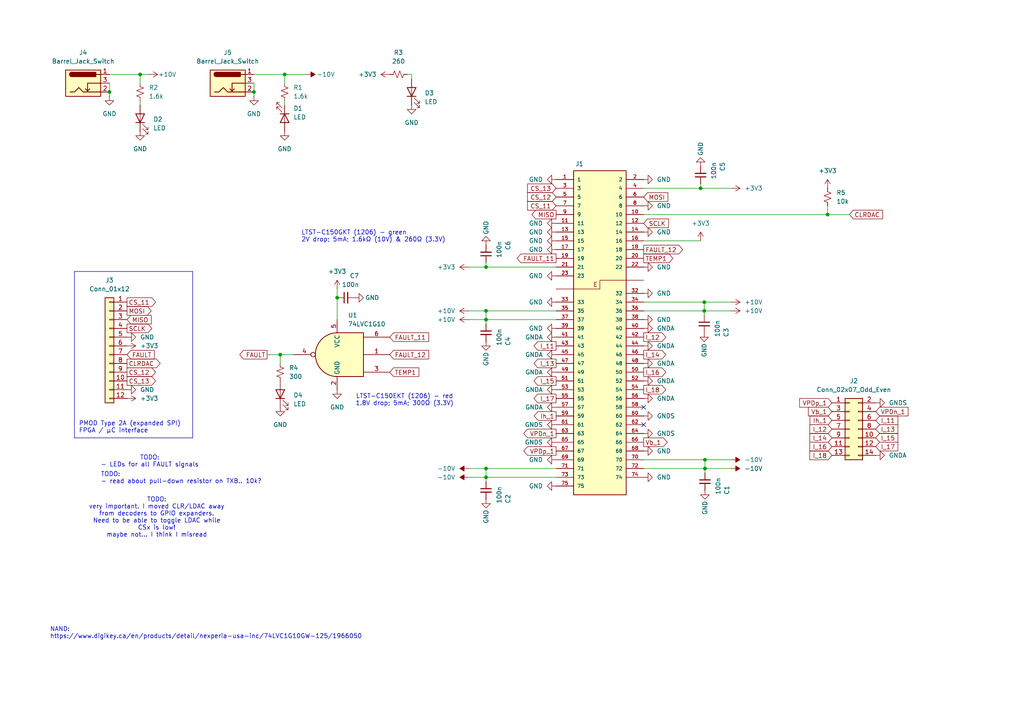
<source format=kicad_sch>
(kicad_sch (version 20250114) (generator "eeschema") (generator_version "9.0")
  (paper "A4")
  (title_block (title "RNN_DAC_Motherboard_single") (date "2026-01-15") (rev "1") (company "Shastri Lab") (comment 1 "Author: hughmor"))
  (lib_symbols
    (symbol "74xGxx:74LVC1G10"
      (property "Reference" "U" (at -5.08 10.16 0))
      (property "Value" "74LVC1G10" (at 7.62 -10.16 0))
      (symbol "74LVC1G10_0_1"
        (arc (start 0 6.35) (mid 6.3224 0) (end 0 -6.35) (stroke (width 0.254)) (fill (type background)))
        (polyline (pts (xy 0 -6.35) (xy -7.62 -6.35) (xy -7.62 6.35) (xy 0 6.35)) (stroke (width 0.254)) (fill (type background)))
      )
      (symbol "74LVC1G10_1_1"
        (pin input line (at -15.24 5.08 0) (length 7.62) (name "~") (number "6"))
        (pin input line (at -15.24 0 0) (length 7.62) (name "~") (number "1"))
        (pin input line (at -15.24 -5.08 0) (length 7.62) (name "~") (number "3"))
        (pin power_in line (at 0 10.16 270) (length 3.81) (name "VCC") (number "5"))
        (pin power_in line (at 0 -10.16 90) (length 3.81) (name "GND") (number "2"))
        (pin output inverted (at 12.7 0 180) (length 6.35) (name "~") (number "4"))
      )
    )
    (symbol "Connector:Barrel_Jack_Switch" (pin_names (hide yes))
      (property "Reference" "J" (at 0 5.334 0))
      (property "Value" "Barrel_Jack_Switch" (at 0 -5.08 0))
      (symbol "Barrel_Jack_Switch_0_1"
        (rectangle (start -5.08 3.81) (end 5.08 -3.81) (stroke (width 0.254)) (fill (type background)))
        (polyline (pts (xy -3.81 -2.54) (xy -2.54 -2.54) (xy -1.27 -1.27) (xy 0 -2.54) (xy 2.54 -2.54) (xy 5.08 -2.54)) (stroke (width 0.254)))
        (arc (start -3.302 1.905) (mid -3.9343 2.54) (end -3.302 3.175) (stroke (width 0.254)))
        (arc (start -3.302 1.905) (mid -3.9343 2.54) (end -3.302 3.175) (stroke (width 0.254)) (fill (type outline)))
        (polyline (pts (xy 1.27 -2.286) (xy 1.905 -1.651)) (stroke (width 0.254)))
        (rectangle (start 3.683 3.175) (end -3.302 1.905) (stroke (width 0.254)) (fill (type outline)))
        (polyline (pts (xy 5.08 2.54) (xy 3.81 2.54)) (stroke (width 0.254)))
        (polyline (pts (xy 5.08 0) (xy 1.27 0) (xy 1.27 -2.286) (xy 0.635 -1.651)) (stroke (width 0.254)))
      )
      (symbol "Barrel_Jack_Switch_1_1"
        (pin passive line (at 7.62 2.54 180) (length 2.54) (name "~") (number "1"))
        (pin passive line (at 7.62 0 180) (length 2.54) (name "~") (number "3"))
        (pin passive line (at 7.62 -2.54 180) (length 2.54) (name "~") (number "2"))
      )
    )
    (symbol "Connector_Generic:Conn_01x12" (pin_names (offset 1.016) (hide yes))
      (property "Reference" "J" (at 0 15.24 0))
      (property "Value" "Conn_01x12" (at 0 -17.78 0))
      (symbol "Conn_01x12_1_1"
        (rectangle (start -1.27 13.97) (end 1.27 -16.51) (stroke (width 0.254)) (fill (type background)))
        (rectangle (start -1.27 12.827) (end 0 12.573) (stroke (width 0.1524)))
        (rectangle (start -1.27 10.287) (end 0 10.033) (stroke (width 0.1524)))
        (rectangle (start -1.27 7.747) (end 0 7.493) (stroke (width 0.1524)))
        (rectangle (start -1.27 5.207) (end 0 4.953) (stroke (width 0.1524)))
        (rectangle (start -1.27 2.667) (end 0 2.413) (stroke (width 0.1524)))
        (rectangle (start -1.27 0.127) (end 0 -0.127) (stroke (width 0.1524)))
        (rectangle (start -1.27 -2.413) (end 0 -2.667) (stroke (width 0.1524)))
        (rectangle (start -1.27 -4.953) (end 0 -5.207) (stroke (width 0.1524)))
        (rectangle (start -1.27 -7.493) (end 0 -7.747) (stroke (width 0.1524)))
        (rectangle (start -1.27 -10.033) (end 0 -10.287) (stroke (width 0.1524)))
        (rectangle (start -1.27 -12.573) (end 0 -12.827) (stroke (width 0.1524)))
        (rectangle (start -1.27 -15.113) (end 0 -15.367) (stroke (width 0.1524)))
        (pin passive line (at -5.08 12.7 0) (length 3.81) (name "Pin_1") (number "1"))
        (pin passive line (at -5.08 10.16 0) (length 3.81) (name "Pin_2") (number "2"))
        (pin passive line (at -5.08 7.62 0) (length 3.81) (name "Pin_3") (number "3"))
        (pin passive line (at -5.08 5.08 0) (length 3.81) (name "Pin_4") (number "4"))
        (pin passive line (at -5.08 2.54 0) (length 3.81) (name "Pin_5") (number "5"))
        (pin passive line (at -5.08 0 0) (length 3.81) (name "Pin_6") (number "6"))
        (pin passive line (at -5.08 -2.54 0) (length 3.81) (name "Pin_7") (number "7"))
        (pin passive line (at -5.08 -5.08 0) (length 3.81) (name "Pin_8") (number "8"))
        (pin passive line (at -5.08 -7.62 0) (length 3.81) (name "Pin_9") (number "9"))
        (pin passive line (at -5.08 -10.16 0) (length 3.81) (name "Pin_10") (number "10"))
        (pin passive line (at -5.08 -12.7 0) (length 3.81) (name "Pin_11") (number "11"))
        (pin passive line (at -5.08 -15.24 0) (length 3.81) (name "Pin_12") (number "12"))
      )
    )
    (symbol "Connector_Generic:Conn_02x07_Odd_Even" (pin_names (offset 1.016) (hide yes))
      (property "Reference" "J" (at 1.27 10.16 0))
      (property "Value" "Conn_02x07_Odd_Even" (at 1.27 -10.16 0))
      (symbol "Conn_02x07_Odd_Even_1_1"
        (rectangle (start -1.27 8.89) (end 3.81 -8.89) (stroke (width 0.254)) (fill (type background)))
        (rectangle (start -1.27 7.747) (end 0 7.493) (stroke (width 0.1524)))
        (rectangle (start -1.27 5.207) (end 0 4.953) (stroke (width 0.1524)))
        (rectangle (start -1.27 2.667) (end 0 2.413) (stroke (width 0.1524)))
        (rectangle (start -1.27 0.127) (end 0 -0.127) (stroke (width 0.1524)))
        (rectangle (start -1.27 -2.413) (end 0 -2.667) (stroke (width 0.1524)))
        (rectangle (start -1.27 -4.953) (end 0 -5.207) (stroke (width 0.1524)))
        (rectangle (start -1.27 -7.493) (end 0 -7.747) (stroke (width 0.1524)))
        (rectangle (start 3.81 7.747) (end 2.54 7.493) (stroke (width 0.1524)))
        (rectangle (start 3.81 5.207) (end 2.54 4.953) (stroke (width 0.1524)))
        (rectangle (start 3.81 2.667) (end 2.54 2.413) (stroke (width 0.1524)))
        (rectangle (start 3.81 0.127) (end 2.54 -0.127) (stroke (width 0.1524)))
        (rectangle (start 3.81 -2.413) (end 2.54 -2.667) (stroke (width 0.1524)))
        (rectangle (start 3.81 -4.953) (end 2.54 -5.207) (stroke (width 0.1524)))
        (rectangle (start 3.81 -7.493) (end 2.54 -7.747) (stroke (width 0.1524)))
        (pin passive line (at -5.08 7.62 0) (length 3.81) (name "Pin_1") (number "1"))
        (pin passive line (at -5.08 5.08 0) (length 3.81) (name "Pin_3") (number "3"))
        (pin passive line (at -5.08 2.54 0) (length 3.81) (name "Pin_5") (number "5"))
        (pin passive line (at -5.08 0 0) (length 3.81) (name "Pin_7") (number "7"))
        (pin passive line (at -5.08 -2.54 0) (length 3.81) (name "Pin_9") (number "9"))
        (pin passive line (at -5.08 -5.08 0) (length 3.81) (name "Pin_11") (number "11"))
        (pin passive line (at -5.08 -7.62 0) (length 3.81) (name "Pin_13") (number "13"))
        (pin passive line (at 7.62 7.62 180) (length 3.81) (name "Pin_2") (number "2"))
        (pin passive line (at 7.62 5.08 180) (length 3.81) (name "Pin_4") (number "4"))
        (pin passive line (at 7.62 2.54 180) (length 3.81) (name "Pin_6") (number "6"))
        (pin passive line (at 7.62 0 180) (length 3.81) (name "Pin_8") (number "8"))
        (pin passive line (at 7.62 -2.54 180) (length 3.81) (name "Pin_10") (number "10"))
        (pin passive line (at 7.62 -5.08 180) (length 3.81) (name "Pin_12") (number "12"))
        (pin passive line (at 7.62 -7.62 180) (length 3.81) (name "Pin_14") (number "14"))
      )
    )
    (symbol "Device:C_Small" (pin_numbers (hide yes)) (pin_names (offset 0.254) (hide yes))
      (property "Reference" "C" (at 0.254 1.778 0))
      (property "Value" "C_Small" (at 0.254 -2.032 0))
      (symbol "C_Small_0_1"
        (polyline (pts (xy -1.524 0.508) (xy 1.524 0.508)) (stroke (width 0.3048)))
        (polyline (pts (xy -1.524 -0.508) (xy 1.524 -0.508)) (stroke (width 0.3302)))
      )
      (symbol "C_Small_1_1"
        (pin passive line (at 0 2.54 270) (length 2.032) (name "~") (number "1"))
        (pin passive line (at 0 -2.54 90) (length 2.032) (name "~") (number "2"))
      )
    )
    (symbol "Device:LED" (pin_numbers (hide yes)) (pin_names (offset 1.016) (hide yes))
      (property "Reference" "D" (at 0 2.54 0))
      (property "Value" "LED" (at 0 -2.54 0))
      (symbol "LED_0_1"
        (polyline (pts (xy -3.048 -0.762) (xy -4.572 -2.286) (xy -3.81 -2.286) (xy -4.572 -2.286) (xy -4.572 -1.524)))
        (polyline (pts (xy -1.778 -0.762) (xy -3.302 -2.286) (xy -2.54 -2.286) (xy -3.302 -2.286) (xy -3.302 -1.524)))
        (polyline (pts (xy -1.27 0) (xy 1.27 0)))
        (polyline (pts (xy -1.27 -1.27) (xy -1.27 1.27)) (stroke (width 0.254)))
        (polyline (pts (xy 1.27 -1.27) (xy 1.27 1.27) (xy -1.27 0) (xy 1.27 -1.27)) (stroke (width 0.254)))
      )
      (symbol "LED_1_1"
        (pin passive line (at -3.81 0 0) (length 2.54) (name "K") (number "1"))
        (pin passive line (at 3.81 0 180) (length 2.54) (name "A") (number "2"))
      )
    )
    (symbol "Device:R_Small_US" (pin_numbers (hide yes)) (pin_names (offset 0.254) (hide yes))
      (property "Reference" "R" (at 0.762 0.508 0))
      (property "Value" "R_Small_US" (at 0.762 -1.016 0))
      (symbol "R_Small_US_1_1"
        (polyline (pts (xy 0 1.524) (xy 1.016 1.143) (xy 0 0.762) (xy -1.016 0.381) (xy 0 0)))
        (polyline (pts (xy 0 0) (xy 1.016 -0.381) (xy 0 -0.762) (xy -1.016 -1.143) (xy 0 -1.524)))
        (pin passive line (at 0 2.54 270) (length 1.016) (name "~") (number "1"))
        (pin passive line (at 0 -2.54 90) (length 1.016) (name "~") (number "2"))
      )
    )
    (symbol "MDT350M01001VT:M2-J-67-V-SMT-5.30-KE-KT" (pin_names (offset 1.016))
      (symbol "M2-J-67-V-SMT-5.30-KE-KT_0_0"
        (rectangle (start -6.35 44.45) (end 8.89 -49.53) (stroke (width 0.254)) (fill (type background)))
        (pin passive line (at -11.43 41.91 0) (length 5.08) (name "1") (number "1"))
        (pin passive line (at -11.43 39.37 0) (length 5.08) (name "3") (number "3"))
        (pin passive line (at -11.43 36.83 0) (length 5.08) (name "5") (number "5"))
        (pin passive line (at -11.43 34.29 0) (length 5.08) (name "7") (number "7"))
        (pin passive line (at -11.43 31.75 0) (length 5.08) (name "9") (number "9"))
        (pin passive line (at -11.43 29.21 0) (length 5.08) (name "11") (number "11"))
        (pin passive line (at -11.43 26.67 0) (length 5.08) (name "13") (number "13"))
        (pin passive line (at -11.43 24.13 0) (length 5.08) (name "15") (number "15"))
        (pin passive line (at -11.43 21.59 0) (length 5.08) (name "17") (number "17"))
        (pin passive line (at -11.43 19.05 0) (length 5.08) (name "19") (number "19"))
        (pin passive line (at -11.43 16.51 0) (length 5.08) (name "21") (number "21"))
        (pin passive line (at -11.43 13.97 0) (length 5.08) (name "23") (number "23"))
        (pin passive line (at -11.43 6.35 0) (length 5.08) (name "33") (number "33"))
        (pin passive line (at -11.43 3.81 0) (length 5.08) (name "35") (number "35"))
        (pin passive line (at -11.43 1.27 0) (length 5.08) (name "37") (number "37"))
        (pin passive line (at -11.43 -1.27 0) (length 5.08) (name "39") (number "39"))
        (pin passive line (at -11.43 -3.81 0) (length 5.08) (name "41") (number "41"))
        (pin passive line (at -11.43 -6.35 0) (length 5.08) (name "43") (number "43"))
        (pin passive line (at -11.43 -8.89 0) (length 5.08) (name "45") (number "45"))
        (pin passive line (at -11.43 -11.43 0) (length 5.08) (name "47") (number "47"))
        (pin passive line (at -11.43 -13.97 0) (length 5.08) (name "49") (number "49"))
        (pin passive line (at -11.43 -16.51 0) (length 5.08) (name "51") (number "51"))
        (pin passive line (at -11.43 -19.05 0) (length 5.08) (name "53") (number "53"))
        (pin passive line (at -11.43 -21.59 0) (length 5.08) (name "55") (number "55"))
        (pin passive line (at -11.43 -24.13 0) (length 5.08) (name "57") (number "57"))
        (pin passive line (at -11.43 -36.83 0) (length 5.08) (name "67") (number "67"))
        (pin passive line (at -11.43 -39.37 0) (length 5.08) (name "69") (number "69"))
        (pin passive line (at -11.43 -41.91 0) (length 5.08) (name "71") (number "71"))
        (pin passive line (at -11.43 -44.45 0) (length 5.08) (name "73") (number "73"))
        (pin passive line (at -11.43 -46.99 0) (length 5.08) (name "75") (number "75"))
        (pin passive line (at 13.97 41.91 180) (length 5.08) (name "2") (number "2"))
        (pin passive line (at 13.97 39.37 180) (length 5.08) (name "4") (number "4"))
        (pin passive line (at 13.97 36.83 180) (length 5.08) (name "6") (number "6"))
        (pin passive line (at 13.97 34.29 180) (length 5.08) (name "8") (number "8"))
        (pin passive line (at 13.97 31.75 180) (length 5.08) (name "10") (number "10"))
        (pin passive line (at 13.97 29.21 180) (length 5.08) (name "12") (number "12"))
        (pin passive line (at 13.97 26.67 180) (length 5.08) (name "14") (number "14"))
        (pin passive line (at 13.97 24.13 180) (length 5.08) (name "16") (number "16"))
        (pin passive line (at 13.97 21.59 180) (length 5.08) (name "18") (number "18"))
        (pin passive line (at 13.97 19.05 180) (length 5.08) (name "20") (number "20"))
        (pin passive line (at 13.97 16.51 180) (length 5.08) (name "22") (number "22"))
        (pin passive line (at 13.97 8.89 180) (length 5.08) (name "32") (number "32"))
        (pin passive line (at 13.97 6.35 180) (length 5.08) (name "34") (number "34"))
        (pin passive line (at 13.97 3.81 180) (length 5.08) (name "36") (number "36"))
        (pin passive line (at 13.97 1.27 180) (length 5.08) (name "38") (number "38"))
        (pin passive line (at 13.97 -1.27 180) (length 5.08) (name "40") (number "40"))
        (pin passive line (at 13.97 -3.81 180) (length 5.08) (name "42") (number "42"))
        (pin passive line (at 13.97 -6.35 180) (length 5.08) (name "44") (number "44"))
        (pin passive line (at 13.97 -8.89 180) (length 5.08) (name "46") (number "46"))
        (pin passive line (at 13.97 -11.43 180) (length 5.08) (name "48") (number "48"))
        (pin passive line (at 13.97 -13.97 180) (length 5.08) (name "50") (number "50"))
        (pin passive line (at 13.97 -16.51 180) (length 5.08) (name "52") (number "52"))
        (pin passive line (at 13.97 -19.05 180) (length 5.08) (name "54") (number "54"))
        (pin passive line (at 13.97 -21.59 180) (length 5.08) (name "56") (number "56"))
        (pin passive line (at 13.97 -24.13 180) (length 5.08) (name "58") (number "58"))
        (pin passive line (at 13.97 -36.83 180) (length 5.08) (name "68") (number "68"))
        (pin passive line (at 13.97 -39.37 180) (length 5.08) (name "70") (number "70"))
        (pin passive line (at 13.97 -41.91 180) (length 5.08) (name "72") (number "72"))
        (pin passive line (at 13.97 -44.45 180) (length 5.08) (name "74") (number "74"))
      )
      (symbol "M2-J-67-V-SMT-5.30-KE-KT_0_1"
        (polyline (pts (xy -11.43 10.16) (xy 1.27 10.16) (xy 1.27 12.7) (xy 13.97 12.7)))
      )
      (symbol "M2-J-67-V-SMT-5.30-KE-KT_1_0"
        (pin passive line (at -11.43 -26.67 0) (length 5.08) (name "59") (number "59"))
        (pin passive line (at -11.43 -29.21 0) (length 5.08) (name "61") (number "61"))
        (pin passive line (at -11.43 -31.75 0) (length 5.08) (name "63") (number "63"))
        (pin passive line (at -11.43 -34.29 0) (length 5.08) (name "65") (number "65"))
        (pin passive line (at 13.97 -26.67 180) (length 5.08) (name "60") (number "60"))
        (pin passive line (at 13.97 -29.21 180) (length 5.08) (name "62") (number "62"))
        (pin passive line (at 13.97 -31.75 180) (length 5.08) (name "64") (number "64"))
        (pin passive line (at 13.97 -34.29 180) (length 5.08) (name "66") (number "66"))
      )
      (symbol "M2-J-67-V-SMT-5.30-KE-KT_1_1"
        (text "E" (at 0 11.43 0) (effects (font (size 1.27 1.27))))
      )
    )
    (symbol "power:+10V" (power) (pin_numbers (hide yes)) (pin_names (offset 0) (hide yes))
      (property "Value" "+10V" (at 0 3.556 0))
      (symbol "+10V_0_1"
        (polyline (pts (xy -0.762 1.27) (xy 0 2.54)))
        (polyline (pts (xy 0 2.54) (xy 0.762 1.27)))
        (polyline (pts (xy 0 0) (xy 0 2.54)))
      )
      (symbol "+10V_1_1"
        (pin power_in line (at 0 0 90) (length 0) (name "~") (number "1"))
      )
    )
    (symbol "power:+3V3" (power) (pin_names (offset 0))
      (property "Value" "+3V3" (at 0 3.556 0))
      (symbol "+3V3_0_1"
        (polyline (pts (xy -0.762 1.27) (xy 0 2.54)))
        (polyline (pts (xy 0 2.54) (xy 0.762 1.27)))
        (polyline (pts (xy 0 0) (xy 0 2.54)))
      )
      (symbol "+3V3_1_1"
        (pin power_in line (at 0 0 90) (length 0) (hide yes) (name "+3V3") (number "1"))
      )
    )
    (symbol "power:-10V" (power) (pin_numbers (hide yes)) (pin_names (offset 0) (hide yes))
      (property "Value" "-10V" (at 0 3.556 0))
      (symbol "-10V_0_0"
        (pin power_in line (at 0 0 90) (length 0) (name "~") (number "1"))
      )
      (symbol "-10V_0_1"
        (polyline (pts (xy 0 0) (xy 0 1.27) (xy 0.762 1.27) (xy 0 2.54) (xy -0.762 1.27) (xy 0 1.27)) (fill (type outline)))
      )
    )
    (symbol "power:GND" (power) (pin_numbers (hide yes)) (pin_names (offset 0) (hide yes))
      (property "Value" "GND" (at 0 -3.81 0))
      (symbol "GND_0_1"
        (polyline (pts (xy 0 0) (xy 0 -1.27) (xy 1.27 -1.27) (xy 0 -2.54) (xy -1.27 -1.27) (xy 0 -1.27)))
      )
      (symbol "GND_1_1"
        (pin power_in line (at 0 0 270) (length 0) (name "~") (number "1"))
      )
    )
    (symbol "power:GNDA" (power) (pin_numbers (hide yes)) (pin_names (offset 0) (hide yes))
      (property "Value" "GNDA" (at 0 -3.81 0))
      (symbol "GNDA_0_1"
        (polyline (pts (xy 0 0) (xy 0 -1.27) (xy 1.27 -1.27) (xy 0 -2.54) (xy -1.27 -1.27) (xy 0 -1.27)))
      )
      (symbol "GNDA_1_1"
        (pin power_in line (at 0 0 270) (length 0) (name "~") (number "1"))
      )
    )
    (symbol "power:GNDS" (power) (pin_numbers (hide yes)) (pin_names (offset 0) (hide yes))
      (property "Value" "GNDS" (at 0 -3.81 0))
      (symbol "GNDS_0_1"
        (polyline (pts (xy 0 0) (xy 0 -1.27) (xy 1.27 -1.27) (xy 0 -2.54) (xy -1.27 -1.27) (xy 0 -1.27)))
      )
      (symbol "GNDS_1_1"
        (pin power_in line (at 0 0 270) (length 0) (name "~") (number "1"))
      )
    )
  )
  (text "\n\nLTST-C150GKT (1206) - green\n2V drop; 5mA; 1.6kΩ (10V) & 260Ω (3.3V)" (at 87.376 66.548 0) (effects (font (size 1.27 1.27)) (justify left)))
  (text "PMOD Type 2A (expanded SPI)\nFPGA / µC interface" (at 22.86 125.73 0) (effects (font (size 1.27 1.27)) (justify left bottom)))
  (text "TODO:\nvery important. I moved CLR/LDAC away\nfrom decoders to GPIO expanders.\nNeed to be able to toggle LDAC while\nCSx is low!\nmaybe not... I think I misread" (at 45.466 150.114 0) (effects (font (size 1.27 1.27))))
  (text "TODO:\n- read about pull-down resistor on TXB.. 10k?" (at 29.21 140.462 0) (effects (font (size 1.27 1.27)) (justify left bottom)))
  (text "NAND:\nhttps://www.digikey.ca/en/products/detail/nexperia-usa-inc/74LVC1G10GW-125/1966050" (at 14.478 183.642 0) (effects (font (size 1.27 1.27)) (justify left)))
  (text "LTST-C150EKT (1206) - red\n1.8V drop; 5mA; 300Ω (3.3V)" (at 117.348 116.078 0) (effects (font (size 1.27 1.27))))
  (text "TODO:\n- LEDs for all FAULT signals\n" (at 43.434 133.858 0) (effects (font (size 1.27 1.27))))
  (text "power requirements:\n8 boards. On each board, 2x 2662 and 1x 2664.\n\nPer 2662:\n+10V — 500 uA (V+) + 5*7mA (Vdd per ch.)\n-10V — 3.2mA (V-)\n+5V — 1uA (IOVcc) + 3.8mA (Vcc)\n\nPer 2664:\n+10V - 2.7mA (V+) + 4*V/R\n-10V - 2.7mA (V-) + 4*V/R\n+5V - 3.2 mA (Vcc) + 1uA (IOVcc)\n\nTotals (per microcyte board):\n+10V = 2*(5*7+0.5)+4*2.5+2.7=83.7 mA => w/ error margin, we should design for 160 mA minimum.\n-10V = 2*3.2 + 2.7 + 4*2.5 = 19.1 mA => 50 mA minimum\n+5V = 2*(0.001 + 3.8) + 3.2 + 0.001=10.8 mA => 25 mA minimum" (at 13.97 -19.812 0) (effects (font (size 1.27 1.27)) (justify left)))
  (junction (at 140.97 90.17))
  (junction (at 140.97 138.43))
  (junction (at 40.64 21.59))
  (junction (at 97.79 86.36))
  (junction (at 140.97 92.71))
  (junction (at 203.2 54.61))
  (junction (at 82.55 21.59))
  (junction (at 73.66 26.67))
  (junction (at 140.97 135.89))
  (junction (at 204.47 133.35))
  (junction (at 140.97 77.47))
  (junction (at 204.2621 90.17))
  (junction (at 81.28 102.87))
  (junction (at 204.47 135.89))
  (junction (at 204.2621 87.63))
  (junction (at 31.75 26.67))
  (junction (at 240.03 62.23))
  (no_connect (at 186.69 123.19))
  (no_connect (at 186.69 118.11))
  (wire (pts (xy 212.09 133.35) (xy 204.47 133.35)))
  (wire (pts (xy 204.2621 90.17) (xy 204.2621 91.44)))
  (wire (pts (xy 140.97 76.2) (xy 140.97 77.47)))
  (wire (pts (xy 97.79 83.82) (xy 97.79 86.36)))
  (wire (pts (xy 73.66 27.94) (xy 73.66 26.67)))
  (wire (pts (xy 119.38 21.59) (xy 119.38 22.86)))
  (wire (pts (xy 212.09 135.89) (xy 204.47 135.89)))
  (wire (pts (xy 31.75 24.13) (xy 31.75 26.67)))
  (wire (pts (xy 204.47 135.89) (xy 204.47 137.16)))
  (wire (pts (xy 73.66 24.13) (xy 73.66 26.67)))
  (wire (pts (xy 203.2 53.34) (xy 203.2 54.61)))
  (wire (pts (xy 135.89 77.47) (xy 140.97 77.47)))
  (wire (pts (xy 40.64 21.59) (xy 40.64 24.13)))
  (wire (pts (xy 31.75 27.94) (xy 31.75 26.67)))
  (wire (pts (xy 82.55 29.21) (xy 82.55 30.48)))
  (wire (pts (xy 43.18 21.59) (xy 40.64 21.59)))
  (wire (pts (xy 204.47 135.89) (xy 186.69 135.89)))
  (wire (pts (xy 204.2621 90.17) (xy 186.69 90.17)))
  (wire (pts (xy 135.89 135.89) (xy 140.97 135.89)))
  (wire (pts (xy 140.97 90.17) (xy 140.97 92.71)))
  (wire (pts (xy 204.2621 87.63) (xy 186.69 87.63)))
  (wire (pts (xy 73.66 21.59) (xy 82.55 21.59)))
  (wire (pts (xy 140.97 138.43) (xy 140.97 139.7)))
  (wire (pts (xy 204.47 133.35) (xy 204.47 135.89)))
  (wire (pts (xy 82.55 21.59) (xy 82.55 24.13)))
  (wire (pts (xy 140.97 92.71) (xy 161.29 92.71)))
  (wire (pts (xy 240.03 62.23) (xy 186.69 62.23)))
  (wire (pts (xy 135.89 90.17) (xy 140.97 90.17)))
  (wire (pts (xy 81.28 102.87) (xy 81.28 105.41)))
  (wire (pts (xy 140.97 135.89) (xy 161.29 135.89)))
  (polyline (pts (xy 21.59 78.74) (xy 21.59 127)))
  (wire (pts (xy 140.97 77.47) (xy 161.29 77.47)))
  (wire (pts (xy 81.28 102.87) (xy 85.09 102.87)))
  (wire (pts (xy 88.9 21.59) (xy 82.55 21.59)))
  (wire (pts (xy 40.64 21.59) (xy 31.75 21.59)))
  (wire (pts (xy 97.79 86.36) (xy 97.79 92.71)))
  (wire (pts (xy 135.89 92.71) (xy 140.97 92.71)))
  (wire (pts (xy 203.2 54.61) (xy 186.69 54.61)))
  (wire (pts (xy 135.89 138.43) (xy 140.97 138.43)))
  (wire (pts (xy 240.03 59.69) (xy 240.03 62.23)))
  (wire (pts (xy 77.47 102.87) (xy 81.28 102.87)))
  (wire (pts (xy 140.97 92.71) (xy 140.97 93.98)))
  (polyline (pts (xy 21.59 127) (xy 55.88 127)))
  (wire (pts (xy 212.09 87.63) (xy 204.2621 87.63)))
  (wire (pts (xy 212.09 90.17) (xy 204.2621 90.17)))
  (wire (pts (xy 118.11 21.59) (xy 119.38 21.59)))
  (polyline (pts (xy 55.88 127) (xy 55.88 78.74)))
  (wire (pts (xy 40.64 29.21) (xy 40.64 30.48)))
  (wire (pts (xy 203.2 69.85) (xy 186.69 69.85)))
  (wire (pts (xy 140.97 90.17) (xy 161.29 90.17)))
  (polyline (pts (xy 21.59 78.74) (xy 55.88 78.74)))
  (wire (pts (xy 204.2621 87.63) (xy 204.2621 90.17)))
  (wire (pts (xy 246.38 62.23) (xy 240.03 62.23)))
  (wire (pts (xy 212.09 54.61) (xy 203.2 54.61)))
  (wire (pts (xy 140.97 135.89) (xy 140.97 138.43)))
  (wire (pts (xy 204.47 133.35) (xy 186.69 133.35)))
  (wire (pts (xy 140.97 138.43) (xy 161.29 138.43)))
  (global_label "MOSI" (shape input) (at 186.69 57.15 0) (property "Intersheetrefs" "${INTERSHEET_REFS}" (effects (hide yes))))
  (global_label "I_15" (shape input) (at 254 127 0) (property "Intersheetrefs" "${INTERSHEET_REFS}" (effects (hide yes))))
  (global_label "I_13" (shape input) (at 254 124.46 0) (property "Intersheetrefs" "${INTERSHEET_REFS}" (effects (hide yes))))
  (global_label "I_16" (shape input) (at 241.3 129.54 180) (property "Intersheetrefs" "${INTERSHEET_REFS}" (effects (hide yes))))
  (global_label "FAULT" (shape output) (at 77.47 102.87 180) (property "Intersheetrefs" "${INTERSHEET_REFS}" (effects (hide yes))))
  (global_label "CS_11" (shape output) (at 36.83 87.63 0) (property "Intersheetrefs" "${INTERSHEET_REFS}" (effects (hide yes))))
  (global_label "SCLK" (shape input) (at 186.69 64.77 0) (property "Intersheetrefs" "${INTERSHEET_REFS}" (effects (hide yes))))
  (global_label "FAULT_11" (shape input) (at 113.03 97.79 0) (property "Intersheetrefs" "${INTERSHEET_REFS}" (effects (hide yes))))
  (global_label "CLRDAC" (shape output) (at 36.83 105.41 0) (property "Intersheetrefs" "${INTERSHEET_REFS}" (effects (hide yes))))
  (global_label "Vb_1" (shape input) (at 241.3 119.38 180) (property "Intersheetrefs" "${INTERSHEET_REFS}" (effects (hide yes))))
  (global_label "MOSI" (shape output) (at 36.83 90.17 0) (property "Intersheetrefs" "${INTERSHEET_REFS}" (effects (hide yes))))
  (global_label "TEMP1" (shape output) (at 186.69 74.93 0) (property "Intersheetrefs" "${INTERSHEET_REFS}" (effects (hide yes))))
  (global_label "CS_11" (shape input) (at 161.29 59.69 180) (property "Intersheetrefs" "${INTERSHEET_REFS}" (effects (hide yes))))
  (global_label "CS_13" (shape output) (at 36.83 110.49 0) (property "Intersheetrefs" "${INTERSHEET_REFS}" (effects (hide yes))))
  (global_label "Vb_1" (shape output) (at 186.69 128.27 0) (property "Intersheetrefs" "${INTERSHEET_REFS}" (effects (hide yes))))
  (global_label "CS_13" (shape input) (at 161.29 54.61 180) (property "Intersheetrefs" "${INTERSHEET_REFS}" (effects (hide yes))))
  (global_label "I_16" (shape output) (at 186.69 107.95 0) (property "Intersheetrefs" "${INTERSHEET_REFS}" (effects (hide yes))))
  (global_label "CS_12" (shape output) (at 36.83 107.95 0) (property "Intersheetrefs" "${INTERSHEET_REFS}" (effects (hide yes))))
  (global_label "MISO" (shape output) (at 161.29 62.23 180) (property "Intersheetrefs" "${INTERSHEET_REFS}" (effects (hide yes))))
  (global_label "FAULT_12" (shape input) (at 113.03 102.87 0) (property "Intersheetrefs" "${INTERSHEET_REFS}" (effects (hide yes))))
  (global_label "I_14" (shape output) (at 186.69 102.87 0) (property "Intersheetrefs" "${INTERSHEET_REFS}" (effects (hide yes))))
  (global_label "FAULT" (shape input) (at 36.83 102.87 0) (property "Intersheetrefs" "${INTERSHEET_REFS}" (effects (hide yes))))
  (global_label "SCLK" (shape output) (at 36.83 95.25 0) (property "Intersheetrefs" "${INTERSHEET_REFS}" (effects (hide yes))))
  (global_label "MISO" (shape input) (at 36.83 92.71 0) (property "Intersheetrefs" "${INTERSHEET_REFS}" (effects (hide yes))))
  (global_label "I_17" (shape output) (at 161.29 115.57 180) (property "Intersheetrefs" "${INTERSHEET_REFS}" (effects (hide yes))))
  (global_label "I_12" (shape input) (at 241.3 124.46 180) (property "Intersheetrefs" "${INTERSHEET_REFS}" (effects (hide yes))))
  (global_label "VPDn_1" (shape output) (at 161.29 125.73 180) (property "Intersheetrefs" "${INTERSHEET_REFS}" (effects (hide yes))))
  (global_label "I_11" (shape output) (at 161.29 100.33 180) (property "Intersheetrefs" "${INTERSHEET_REFS}" (effects (hide yes))))
  (global_label "Ih_1" (shape output) (at 161.29 120.65 180) (property "Intersheetrefs" "${INTERSHEET_REFS}" (effects (hide yes))))
  (global_label "Ih_1" (shape input) (at 241.3 121.92 180) (property "Intersheetrefs" "${INTERSHEET_REFS}" (effects (hide yes))))
  (global_label "I_17" (shape input) (at 254 129.54 0) (property "Intersheetrefs" "${INTERSHEET_REFS}" (effects (hide yes))))
  (global_label "I_15" (shape output) (at 161.29 110.49 180) (property "Intersheetrefs" "${INTERSHEET_REFS}" (effects (hide yes))))
  (global_label "FAULT_12" (shape output) (at 186.69 72.39 0) (property "Intersheetrefs" "${INTERSHEET_REFS}" (effects (hide yes))))
  (global_label "FAULT_11" (shape output) (at 161.29 74.93 180) (property "Intersheetrefs" "${INTERSHEET_REFS}" (effects (hide yes))))
  (global_label "TEMP1" (shape input) (at 113.03 107.95 0) (property "Intersheetrefs" "${INTERSHEET_REFS}" (effects (hide yes))))
  (global_label "I_13" (shape output) (at 161.29 105.41 180) (property "Intersheetrefs" "${INTERSHEET_REFS}" (effects (hide yes))))
  (global_label "I_12" (shape output) (at 186.69 97.79 0) (property "Intersheetrefs" "${INTERSHEET_REFS}" (effects (hide yes))))
  (global_label "VPDn_1" (shape input) (at 254 119.38 0) (property "Intersheetrefs" "${INTERSHEET_REFS}" (effects (hide yes))))
  (global_label "I_18" (shape input) (at 241.3 132.08 180) (property "Intersheetrefs" "${INTERSHEET_REFS}" (effects (hide yes))))
  (global_label "I_11" (shape input) (at 254 121.92 0) (property "Intersheetrefs" "${INTERSHEET_REFS}" (effects (hide yes))))
  (global_label "CS_12" (shape input) (at 161.29 57.15 180) (property "Intersheetrefs" "${INTERSHEET_REFS}" (effects (hide yes))))
  (global_label "CLRDAC" (shape input) (at 246.38 62.23 0) (property "Intersheetrefs" "${INTERSHEET_REFS}" (effects (hide yes))))
  (global_label "VPDp_1" (shape output) (at 161.29 130.81 180) (property "Intersheetrefs" "${INTERSHEET_REFS}" (effects (hide yes))))
  (global_label "I_18" (shape output) (at 186.69 113.03 0) (property "Intersheetrefs" "${INTERSHEET_REFS}" (effects (hide yes))))
  (global_label "VPDp_1" (shape input) (at 241.3 116.84 180) (property "Intersheetrefs" "${INTERSHEET_REFS}" (effects (hide yes))))
  (global_label "I_14" (shape input) (at 241.3 127 180) (property "Intersheetrefs" "${INTERSHEET_REFS}" (effects (hide yes))))
  (symbol (lib_id "power:+3V3") (at 203.2 69.85 0) (unit 1)
    (property "Reference" "#PWR038" (effects (hide yes)))
    (property "Value" "+3V3" (at 203.2 64.77 0))
  )
  (symbol (lib_id "Device:C_Small") (at 140.97 142.24 0) (unit 1)
    (property "Reference" "C2" (at 147.32 146.05 90) (effects (justify left)))
    (property "Value" "100n" (at 144.78 146.05 90) (effects (justify left)))
    (property "Footprint" "Capacitor_SMD:C_1206_3216Metric" (effects (hide yes)))
  )
  (symbol (lib_id "Connector:Barrel_Jack_Switch") (at 24.13 24.13 0) (unit 1)
    (property "Reference" "J4" (at 24.13 15.24 0))
    (property "Value" "Barrel_Jack_Switch" (at 24.13 17.78 0))
    (property "Footprint" "PJ_044A:CUI_PJ-044A" (effects (hide yes)))
    (property "Description" "DC Barrel Jack with an internal switch" (effects (hide yes)))
  )
  (symbol (lib_id "Device:C_Small") (at 140.97 73.66 0) (mirror x) (unit 1)
    (property "Reference" "C6" (at 147.32 69.85 90) (effects (justify left)))
    (property "Value" "100n" (at 144.78 69.85 90) (effects (justify left)))
    (property "Footprint" "Capacitor_SMD:C_1206_3216Metric" (effects (hide yes)))
  )
  (symbol (lib_id "power:GND") (at 186.69 52.07 90) (unit 1)
    (property "Reference" "#PWR02" (effects (hide yes)))
    (property "Value" "GND" (at 190.5 52.0699 90) (effects (justify right)))
    (property "Description" "Power symbol creates a global label with name \"GND\" , ground" (effects (hide yes)))
  )
  (symbol (lib_id "power:GNDA") (at 186.69 115.57 90) (unit 1)
    (property "Reference" "#PWR027" (effects (hide yes)))
    (property "Value" "GNDA" (at 190.5 115.5699 90) (effects (justify right)))
    (property "Description" "Power symbol creates a global label with name \"GNDA\" , analog ground" (effects (hide yes)))
  )
  (symbol (lib_id "power:GND") (at 204.47 142.24 0) (unit 1)
    (property "Reference" "#PWR012" (effects (hide yes)))
    (property "Value" "GND" (at 204.47 147.32 90))
  )
  (symbol (lib_id "Connector_Generic:Conn_01x12") (at 31.75 100.33 0) (mirror y) (unit 1)
    (property "Reference" "J3" (at 31.75 81.28 0))
    (property "Value" "Conn_01x12" (at 31.75 83.82 0))
    (property "Footprint" "Connector_PinHeader_2.54mm:PinHeader_2x06_PMOD_Peripheral_Vertical" (effects (hide yes)))
  )
  (symbol (lib_id "power:GNDA") (at 161.29 113.03 270) (unit 1)
    (property "Reference" "#PWR025" (effects (hide yes)))
    (property "Value" "GNDA" (at 157.48 113.0299 90) (effects (justify right)))
    (property "Description" "Power symbol creates a global label with name \"GNDA\" , analog ground" (effects (hide yes)))
  )
  (symbol (lib_id "power:GND") (at 82.55 38.1 0) (unit 1)
    (property "Reference" "#PWR0341" (effects (hide yes)))
    (property "Value" "GND" (at 82.55 43.18 0))
  )
  (symbol (lib_id "power:GND") (at 186.69 77.47 90) (unit 1)
    (property "Reference" "#PWR072" (effects (hide yes)))
    (property "Value" "GND" (at 190.5 77.4699 90) (effects (justify right)))
    (property "Description" "Power symbol creates a global label with name \"GND\" , ground" (effects (hide yes)))
  )
  (symbol (lib_id "power:GNDS") (at 161.29 123.19 270) (unit 1)
    (property "Reference" "#PWR034" (effects (hide yes)))
    (property "Value" "GNDS" (at 157.48 123.1899 90) (effects (justify right)))
    (property "Description" "Power symbol creates a global label with name \"GNDS\" , signal ground" (effects (hide yes)))
  )
  (symbol (lib_id "power:+3V3") (at 135.89 77.47 90) (unit 1)
    (property "Reference" "#PWR04" (effects (hide yes)))
    (property "Value" "+3V3" (at 132.08 77.4699 90) (effects (justify left)))
  )
  (symbol (lib_id "Device:R_Small_US") (at 240.03 57.15 180) (unit 1)
    (property "Reference" "R5" (at 242.57 55.8799 0) (effects (justify right)))
    (property "Value" "10k" (at 242.57 58.4199 0) (effects (justify right)))
    (property "Footprint" "Resistor_SMD:R_1206_3216Metric" (effects (hide yes)))
  )
  (symbol (lib_id "power:GND") (at 81.28 118.11 0) (unit 1)
    (property "Reference" "#PWR06" (effects (hide yes)))
    (property "Value" "GND" (at 81.28 123.19 0))
  )
  (symbol (lib_id "power:GND") (at 161.29 69.85 270) (unit 1)
    (property "Reference" "#PWR036" (effects (hide yes)))
    (property "Value" "GND" (at 157.48 69.8499 90) (effects (justify right)))
    (property "Description" "Power symbol creates a global label with name \"GND\" , ground" (effects (hide yes)))
  )
  (symbol (lib_id "power:GND") (at 186.69 59.69 90) (unit 1)
    (property "Reference" "#PWR080" (effects (hide yes)))
    (property "Value" "GND" (at 190.5 59.6899 90) (effects (justify right)))
    (property "Description" "Power symbol creates a global label with name \"GND\" , ground" (effects (hide yes)))
  )
  (symbol (lib_id "power:GND") (at 161.29 72.39 270) (unit 1)
    (property "Reference" "#PWR037" (effects (hide yes)))
    (property "Value" "GND" (at 157.48 72.3899 90) (effects (justify right)))
    (property "Description" "Power symbol creates a global label with name \"GND\" , ground" (effects (hide yes)))
  )
  (symbol (lib_id "power:GND") (at 186.69 85.09 90) (unit 1)
    (property "Reference" "#PWR0108" (effects (hide yes)))
    (property "Value" "GND" (at 190.5 85.0899 90) (effects (justify right)))
    (property "Description" "Power symbol creates a global label with name \"GND\" , ground" (effects (hide yes)))
  )
  (symbol (lib_id "power:GND") (at 186.69 130.81 90) (mirror x) (unit 1)
    (property "Reference" "#PWR0277" (effects (hide yes)))
    (property "Value" "GND" (at 190.5 130.8101 90) (effects (justify right)))
    (property "Description" "Power symbol creates a global label with name \"GND\" , ground" (effects (hide yes)))
  )
  (symbol (lib_id "Device:R_Small_US") (at 81.28 107.95 180) (unit 1)
    (property "Reference" "R4" (at 83.82 106.6799 0) (effects (justify right)))
    (property "Value" "300" (at 83.82 109.2199 0) (effects (justify right)))
    (property "Footprint" "Resistor_SMD:R_1206_3216Metric" (effects (hide yes)))
  )
  (symbol (lib_id "power:GNDA") (at 254 132.08 90) (unit 1)
    (property "Reference" "#PWR020" (effects (hide yes)))
    (property "Value" "GNDA" (at 257.81 132.0799 90) (effects (justify right)))
    (property "Description" "Power symbol creates a global label with name \"GNDA\" , analog ground" (effects (hide yes)))
  )
  (symbol (lib_id "power:GND") (at 186.69 138.43 90) (mirror x) (unit 1)
    (property "Reference" "#PWR0268" (effects (hide yes)))
    (property "Value" "GND" (at 190.5 138.4301 90) (effects (justify right)))
    (property "Description" "Power symbol creates a global label with name \"GND\" , ground" (effects (hide yes)))
  )
  (symbol (lib_id "power:GND") (at 36.83 113.03 90) (unit 1)
    (property "Reference" "#PWR0353" (effects (hide yes)))
    (property "Value" "GND" (at 40.64 113.03 90) (effects (justify right)))
  )
  (symbol (lib_id "power:GND") (at 140.97 144.78 0) (unit 1)
    (property "Reference" "#PWR013" (effects (hide yes)))
    (property "Value" "GND" (at 140.97 149.86 90))
  )
  (symbol (lib_id "power:+10V") (at 43.18 21.59 270) (unit 1)
    (property "Reference" "#PWR0346" (effects (hide yes)))
    (property "Value" "+10V" (at 48.514 21.59 90))
    (property "Description" "Power symbol creates a global label with name \"+10V\"" (effects (hide yes)))
  )
  (symbol (lib_id "power:GND") (at 161.29 64.77 270) (unit 1)
    (property "Reference" "#PWR018" (effects (hide yes)))
    (property "Value" "GND" (at 157.48 64.7699 90) (effects (justify right)))
    (property "Description" "Power symbol creates a global label with name \"GND\" , ground" (effects (hide yes)))
  )
  (symbol (lib_id "power:GND") (at 161.29 133.35 270) (unit 1)
    (property "Reference" "#PWR0232" (effects (hide yes)))
    (property "Value" "GND" (at 157.48 133.3501 90) (effects (justify right)))
    (property "Description" "Power symbol creates a global label with name \"GND\" , ground" (effects (hide yes)))
  )
  (symbol (lib_id "power:+10V") (at 212.09 90.17 270) (mirror x) (unit 1)
    (property "Reference" "#PWR0125" (effects (hide yes)))
    (property "Value" "+10V" (at 215.9 90.1701 90) (effects (justify left)))
    (property "Description" "Power symbol creates a global label with name \"+10V\"" (effects (hide yes)))
  )
  (symbol (lib_id "Device:LED") (at 82.55 34.29 270) (unit 1)
    (property "Reference" "D1" (at 85.09 31.4324 90) (effects (justify left)))
    (property "Value" "LED" (at 85.09 33.9724 90) (effects (justify left)))
    (property "Footprint" "Diode_SMD:D_1206_3216Metric" (effects (hide yes)))
    (property "Description" "Light emitting diode" (effects (hide yes)))
    (property "Sim.Pins" "1=K 2=A" (effects (hide yes)))
  )
  (symbol (lib_id "power:GND") (at 119.38 30.48 0) (unit 1)
    (property "Reference" "#PWR0361" (effects (hide yes)))
    (property "Value" "GND" (at 119.38 35.56 0))
  )
  (symbol (lib_id "power:GND") (at 161.29 80.01 270) (unit 1)
    (property "Reference" "#PWR064" (effects (hide yes)))
    (property "Value" "GND" (at 157.48 80.0099 90) (effects (justify right)))
    (property "Description" "Power symbol creates a global label with name \"GND\" , ground" (effects (hide yes)))
  )
  (symbol (lib_id "Device:LED") (at 40.64 34.29 90) (unit 1)
    (property "Reference" "D2" (at 44.45 34.6074 90) (effects (justify right)))
    (property "Value" "LED" (at 44.45 37.1474 90) (effects (justify right)))
    (property "Footprint" "Diode_SMD:D_1206_3216Metric" (effects (hide yes)))
    (property "Description" "Light emitting diode" (effects (hide yes)))
    (property "Sim.Pins" "1=K 2=A" (effects (hide yes)))
  )
  (symbol (lib_id "power:GNDA") (at 161.29 107.95 270) (unit 1)
    (property "Reference" "#PWR024" (effects (hide yes)))
    (property "Value" "GNDA" (at 157.48 107.9499 90) (effects (justify right)))
    (property "Description" "Power symbol creates a global label with name \"GNDA\" , analog ground" (effects (hide yes)))
  )
  (symbol (lib_id "power:GND") (at 161.29 52.07 270) (unit 1)
    (property "Reference" "#PWR01" (effects (hide yes)))
    (property "Value" "GND" (at 157.48 52.0699 90) (effects (justify right)))
    (property "Description" "Power symbol creates a global label with name \"GND\" , ground" (effects (hide yes)))
  )
  (symbol (lib_id "power:+3V3") (at 36.83 100.33 270) (unit 1)
    (property "Reference" "#PWR0352" (effects (hide yes)))
    (property "Value" "+3V3" (at 40.64 100.33 90) (effects (justify left)))
  )
  (symbol (lib_id "74xGxx:74LVC1G10") (at 97.79 102.87 0) (mirror y) (unit 1)
    (property "Reference" "U1" (at 100.9081 91.44 0) (effects (justify right)))
    (property "Value" "74LVC1G10" (at 100.9081 93.98 0) (effects (justify right)))
    (property "Footprint" "Package_TO_SOT_SMD:SOT-457T" (effects (hide yes)))
    (property "Datasheet" "http://www.ti.com/lit/sg/scyt129e/scyt129e.pdf" (effects (hide yes)))
    (property "Description" "Single NAND 3-Input Gate, Low-Voltage CMOS" (effects (hide yes)))
  )
  (symbol (lib_id "Device:R_Small_US") (at 82.55 26.67 0) (unit 1)
    (property "Reference" "R1" (at 85.09 25.3999 0) (effects (justify left)))
    (property "Value" "1.6k" (at 85.09 27.9399 0) (effects (justify left)))
    (property "Footprint" "Resistor_SMD:R_1206_3216Metric" (effects (hide yes)))
  )
  (symbol (lib_id "power:GND") (at 31.75 27.94 0) (unit 1)
    (property "Reference" "#PWR011" (effects (hide yes)))
    (property "Value" "GND" (at 31.75 33.02 0))
  )
  (symbol (lib_id "power:GNDA") (at 186.69 110.49 90) (unit 1)
    (property "Reference" "#PWR029" (effects (hide yes)))
    (property "Value" "GNDA" (at 190.5 110.4899 90) (effects (justify right)))
    (property "Description" "Power symbol creates a global label with name \"GNDA\" , analog ground" (effects (hide yes)))
  )
  (symbol (lib_id "power:GNDS") (at 254 116.84 90) (unit 1)
    (property "Reference" "#PWR08" (effects (hide yes)))
    (property "Value" "GNDS" (at 257.81 116.8399 90) (effects (justify right)))
    (property "Description" "Power symbol creates a global label with name \"GNDS\" , signal ground" (effects (hide yes)))
  )
  (symbol (lib_id "power:GND") (at 204.2621 96.52 0) (unit 1)
    (property "Reference" "#PWR014" (effects (hide yes)))
    (property "Value" "GND" (at 204.2621 101.6 90))
  )
  (symbol (lib_id "power:GNDA") (at 161.29 102.87 270) (unit 1)
    (property "Reference" "#PWR023" (effects (hide yes)))
    (property "Value" "GNDA" (at 157.48 102.8699 90) (effects (justify right)))
    (property "Description" "Power symbol creates a global label with name \"GNDA\" , analog ground" (effects (hide yes)))
  )
  (symbol (lib_id "power:+10V") (at 135.89 92.71 90) (unit 1)
    (property "Reference" "#PWR0116" (effects (hide yes)))
    (property "Value" "+10V" (at 132.08 92.7101 90) (effects (justify left)))
    (property "Description" "Power symbol creates a global label with name \"+10V\"" (effects (hide yes)))
  )
  (symbol (lib_id "power:GND") (at 97.79 113.03 0) (mirror y) (unit 1)
    (property "Reference" "#PWR0368" (effects (hide yes)))
    (property "Value" "GND" (at 97.79 118.11 0))
  )
  (symbol (lib_id "power:GNDA") (at 186.69 105.41 90) (unit 1)
    (property "Reference" "#PWR030" (effects (hide yes)))
    (property "Value" "GNDA" (at 190.5 105.4099 90) (effects (justify right)))
    (property "Description" "Power symbol creates a global label with name \"GNDA\" , analog ground" (effects (hide yes)))
  )
  (symbol (lib_id "power:GNDA") (at 161.29 97.79 270) (unit 1)
    (property "Reference" "#PWR022" (effects (hide yes)))
    (property "Value" "GNDA" (at 157.48 97.7899 90) (effects (justify right)))
    (property "Description" "Power symbol creates a global label with name \"GNDA\" , analog ground" (effects (hide yes)))
  )
  (symbol (lib_id "power:GND") (at 186.69 92.71 90) (mirror x) (unit 1)
    (property "Reference" "#PWR0160" (effects (hide yes)))
    (property "Value" "GND" (at 190.5 92.7101 90) (effects (justify right)))
    (property "Description" "Power symbol creates a global label with name \"GND\" , ground" (effects (hide yes)))
  )
  (symbol (lib_id "power:+10V") (at 212.09 87.63 270) (mirror x) (unit 1)
    (property "Reference" "#PWR0124" (effects (hide yes)))
    (property "Value" "+10V" (at 215.9 87.6301 90) (effects (justify left)))
    (property "Description" "Power symbol creates a global label with name \"+10V\"" (effects (hide yes)))
  )
  (symbol (lib_id "power:-10V") (at 135.89 135.89 90) (mirror x) (unit 1)
    (property "Reference" "#PWR042" (effects (hide yes)))
    (property "Value" "-10V" (at 132.08 135.8901 90) (effects (justify left)))
    (property "Description" "Power symbol creates a global label with name \"-10V\"" (effects (hide yes)))
  )
  (symbol (lib_id "power:GNDS") (at 186.69 125.73 90) (unit 1)
    (property "Reference" "#PWR032" (effects (hide yes)))
    (property "Value" "GNDS" (at 190.5 125.7299 90) (effects (justify right)))
    (property "Description" "Power symbol creates a global label with name \"GNDS\" , signal ground" (effects (hide yes)))
  )
  (symbol (lib_id "power:-10V") (at 88.9 21.59 270) (unit 1)
    (property "Reference" "#PWR0342" (effects (hide yes)))
    (property "Value" "-10V" (at 94.488 21.59 90))
    (property "Description" "Power symbol creates a global label with name \"-10V\"" (effects (hide yes)))
  )
  (symbol (lib_id "power:GND") (at 140.97 71.12 0) (mirror x) (unit 1)
    (property "Reference" "#PWR017" (effects (hide yes)))
    (property "Value" "GND" (at 140.97 66.04 90))
  )
  (symbol (lib_id "Device:R_Small_US") (at 115.57 21.59 90) (unit 1)
    (property "Reference" "R3" (at 115.57 15.24 90))
    (property "Value" "260" (at 115.57 17.78 90))
    (property "Footprint" "Resistor_SMD:R_1206_3216Metric" (effects (hide yes)))
  )
  (symbol (lib_id "Device:LED") (at 119.38 26.67 90) (unit 1)
    (property "Reference" "D3" (at 123.19 26.9874 90) (effects (justify right)))
    (property "Value" "LED" (at 123.19 29.5274 90) (effects (justify right)))
    (property "Footprint" "Diode_SMD:D_1206_3216Metric" (effects (hide yes)))
    (property "Description" "Light emitting diode" (effects (hide yes)))
    (property "Sim.Pins" "1=K 2=A" (effects (hide yes)))
  )
  (symbol (lib_id "power:GNDA") (at 186.69 95.25 90) (unit 1)
    (property "Reference" "#PWR09" (effects (hide yes)))
    (property "Value" "GNDA" (at 190.5 95.2499 90) (effects (justify right)))
    (property "Description" "Power symbol creates a global label with name \"GNDA\" , analog ground" (effects (hide yes)))
  )
  (symbol (lib_id "power:+3V3") (at 212.09 54.61 270) (unit 1)
    (property "Reference" "#PWR03" (effects (hide yes)))
    (property "Value" "+3V3" (at 215.9 54.6099 90) (effects (justify left)))
  )
  (symbol (lib_id "Device:C_Small") (at 204.2621 93.98 0) (unit 1)
    (property "Reference" "C3" (at 210.6121 97.79 90) (effects (justify left)))
    (property "Value" "100n" (at 208.0721 97.79 90) (effects (justify left)))
    (property "Footprint" "Capacitor_SMD:C_1206_3216Metric" (effects (hide yes)))
  )
  (symbol (lib_id "power:-10V") (at 212.09 135.89 270) (unit 1)
    (property "Reference" "#PWR0243" (effects (hide yes)))
    (property "Value" "-10V" (at 215.9 135.8901 90) (effects (justify left)))
    (property "Description" "Power symbol creates a global label with name \"-10V\"" (effects (hide yes)))
  )
  (symbol (lib_id "Connector:Barrel_Jack_Switch") (at 66.04 24.13 0) (unit 1)
    (property "Reference" "J5" (at 66.04 15.24 0))
    (property "Value" "Barrel_Jack_Switch" (at 66.04 17.78 0))
    (property "Footprint" "PJ_044A:CUI_PJ-044A" (effects (hide yes)))
    (property "Description" "DC Barrel Jack with an internal switch" (effects (hide yes)))
  )
  (symbol (lib_id "power:GND") (at 73.66 27.94 0) (unit 1)
    (property "Reference" "#PWR010" (effects (hide yes)))
    (property "Value" "GND" (at 73.66 33.02 0))
  )
  (symbol (lib_id "power:GND") (at 140.97 99.06 0) (unit 1)
    (property "Reference" "#PWR015" (effects (hide yes)))
    (property "Value" "GND" (at 140.97 104.14 90))
  )
  (symbol (lib_id "Device:LED") (at 81.28 114.3 90) (unit 1)
    (property "Reference" "D4" (at 85.09 114.6174 90) (effects (justify right)))
    (property "Value" "LED" (at 85.09 117.1574 90) (effects (justify right)))
    (property "Footprint" "Diode_SMD:D_1206_3216Metric" (effects (hide yes)))
    (property "Description" "Light emitting diode" (effects (hide yes)))
    (property "Sim.Pins" "1=K 2=A" (effects (hide yes)))
  )
  (symbol (lib_id "power:GNDS") (at 186.69 120.65 90) (unit 1)
    (property "Reference" "#PWR033" (effects (hide yes)))
    (property "Value" "GNDS" (at 190.5 120.6499 90) (effects (justify right)))
    (property "Description" "Power symbol creates a global label with name \"GNDS\" , signal ground" (effects (hide yes)))
  )
  (symbol (lib_id "power:-10V") (at 135.89 138.43 90) (mirror x) (unit 1)
    (property "Reference" "#PWR019" (effects (hide yes)))
    (property "Value" "-10V" (at 132.08 138.4301 90) (effects (justify left)))
    (property "Description" "Power symbol creates a global label with name \"-10V\"" (effects (hide yes)))
  )
  (symbol (lib_id "MDT350M01001VT:M2-J-67-V-SMT-5.30-KE-KT") (at 172.72 93.98 0) (unit 1)
    (property "Reference" "J1" (at 166.878 48.26 0) (effects (justify left bottom)))
    (property "Value" "M2-J-67-V-SMT-5.30-KE-KT" (effects (hide yes)))
    (property "Footprint" "MDT350M01001VT:ADAMTECH_M2-J-67-V-SMT-5.30-KE-KT" (effects (hide yes)))
    (property "PARTREV" "2" (effects (hide yes)))
    (property "STANDARD" "Manufacturer Recommendations" (effects (hide yes)))
    (property "MAXIMUM_PACKAGE_HEIGHT" "5.3 mm" (effects (hide yes)))
    (property "MANUFACTURER" "Adam Tech" (effects (hide yes)))
  )
  (symbol (lib_id "power:GND") (at 161.29 67.31 270) (unit 1)
    (property "Reference" "#PWR028" (effects (hide yes)))
    (property "Value" "GND" (at 157.48 67.3099 90) (effects (justify right)))
    (property "Description" "Power symbol creates a global label with name \"GND\" , ground" (effects (hide yes)))
  )
  (symbol (lib_id "power:GNDA") (at 161.29 118.11 270) (unit 1)
    (property "Reference" "#PWR026" (effects (hide yes)))
    (property "Value" "GNDA" (at 157.48 118.1099 90) (effects (justify right)))
    (property "Description" "Power symbol creates a global label with name \"GNDA\" , analog ground" (effects (hide yes)))
  )
  (symbol (lib_id "Connector_Generic:Conn_02x07_Odd_Even") (at 246.38 124.46 0) (unit 1)
    (property "Reference" "J2" (at 247.65 110.49 0))
    (property "Value" "Conn_02x07_Odd_Even" (at 247.65 113.03 0))
    (property "Footprint" "Connector_PinSocket_2.54mm:PinSocket_2x07_P2.54mm_Vertical" (effects (hide yes)))
    (property "Description" "Generic connector, double row, 02x07, odd/even pin numbering scheme (row 1 odd numbers, row 2 even numbers), script generated (kicad-library-utils/schlib/autogen/connector/)" (effects (hide yes)))
  )
  (symbol (lib_id "power:+3V3") (at 240.03 54.61 0) (unit 1)
    (property "Reference" "#PWR07" (effects (hide yes)))
    (property "Value" "+3V3" (at 240.03 49.53 0))
  )
  (symbol (lib_id "power:GNDS") (at 161.29 128.27 270) (unit 1)
    (property "Reference" "#PWR035" (effects (hide yes)))
    (property "Value" "GNDS" (at 157.48 128.2699 90) (effects (justify right)))
    (property "Description" "Power symbol creates a global label with name \"GNDS\" , signal ground" (effects (hide yes)))
  )
  (symbol (lib_id "power:+3V3") (at 97.79 83.82 0) (unit 1)
    (property "Reference" "#PWR05" (effects (hide yes)))
    (property "Value" "+3V3" (at 97.79 78.74 0))
  )
  (symbol (lib_id "power:+3V3") (at 36.83 115.57 270) (unit 1)
    (property "Reference" "#PWR0354" (effects (hide yes)))
    (property "Value" "+3V3" (at 40.64 115.57 90) (effects (justify left)))
  )
  (symbol (lib_id "power:GND") (at 186.69 67.31 90) (unit 1)
    (property "Reference" "#PWR090" (effects (hide yes)))
    (property "Value" "GND" (at 190.5 67.3099 90) (effects (justify right)))
    (property "Description" "Power symbol creates a global label with name \"GND\" , ground" (effects (hide yes)))
  )
  (symbol (lib_id "power:+3V3") (at 113.03 21.59 90) (unit 1)
    (property "Reference" "#PWR0339" (effects (hide yes)))
    (property "Value" "+3V3" (at 109.22 21.5899 90) (effects (justify left)))
  )
  (symbol (lib_id "power:GND") (at 161.29 95.25 270) (unit 1)
    (property "Reference" "#PWR0142" (effects (hide yes)))
    (property "Value" "GND" (at 157.48 95.2501 90) (effects (justify right)))
    (property "Description" "Power symbol creates a global label with name \"GND\" , ground" (effects (hide yes)))
  )
  (symbol (lib_id "power:GND") (at 36.83 97.79 90) (unit 1)
    (property "Reference" "#PWR0351" (effects (hide yes)))
    (property "Value" "GND" (at 40.64 97.79 90) (effects (justify right)))
  )
  (symbol (lib_id "power:GND") (at 161.29 87.63 270) (unit 1)
    (property "Reference" "#PWR098" (effects (hide yes)))
    (property "Value" "GND" (at 157.48 87.6301 90) (effects (justify right)))
    (property "Description" "Power symbol creates a global label with name \"GND\" , ground" (effects (hide yes)))
  )
  (symbol (lib_id "power:GNDA") (at 186.69 100.33 90) (unit 1)
    (property "Reference" "#PWR031" (effects (hide yes)))
    (property "Value" "GNDA" (at 190.5 100.3299 90) (effects (justify right)))
    (property "Description" "Power symbol creates a global label with name \"GNDA\" , analog ground" (effects (hide yes)))
  )
  (symbol (lib_id "Device:R_Small_US") (at 40.64 26.67 0) (unit 1)
    (property "Reference" "R2" (at 43.18 25.3999 0) (effects (justify left)))
    (property "Value" "1.6k" (at 43.18 27.9399 0) (effects (justify left)))
    (property "Footprint" "Resistor_SMD:R_1206_3216Metric" (effects (hide yes)))
  )
  (symbol (lib_id "power:GND") (at 102.87 86.36 90) (unit 1)
    (property "Reference" "#PWR0370" (effects (hide yes)))
    (property "Value" "GND" (at 107.95 86.36 90))
  )
  (symbol (lib_id "power:GND") (at 161.29 140.97 270) (unit 1)
    (property "Reference" "#PWR0260" (effects (hide yes)))
    (property "Value" "GND" (at 157.48 140.9701 90) (effects (justify right)))
    (property "Description" "Power symbol creates a global label with name \"GND\" , ground" (effects (hide yes)))
  )
  (symbol (lib_id "power:+10V") (at 135.89 90.17 90) (unit 1)
    (property "Reference" "#PWR021" (effects (hide yes)))
    (property "Value" "+10V" (at 132.08 90.1701 90) (effects (justify left)))
    (property "Description" "Power symbol creates a global label with name \"+10V\"" (effects (hide yes)))
  )
  (symbol (lib_id "power:GND") (at 203.2 48.26 0) (mirror x) (unit 1)
    (property "Reference" "#PWR016" (effects (hide yes)))
    (property "Value" "GND" (at 203.2 43.18 90))
  )
  (symbol (lib_id "Device:C_Small") (at 140.97 96.52 0) (unit 1)
    (property "Reference" "C4" (at 147.32 100.33 90) (effects (justify left)))
    (property "Value" "100n" (at 144.78 100.33 90) (effects (justify left)))
    (property "Footprint" "Capacitor_SMD:C_1206_3216Metric" (effects (hide yes)))
  )
  (symbol (lib_id "Device:C_Small") (at 100.33 86.36 90) (unit 1)
    (property "Reference" "C7" (at 104.14 80.01 90) (effects (justify left)))
    (property "Value" "100n" (at 104.14 82.55 90) (effects (justify left)))
    (property "Footprint" "Capacitor_SMD:C_1206_3216Metric" (effects (hide yes)))
  )
  (symbol (lib_id "power:GND") (at 40.64 38.1 0) (unit 1)
    (property "Reference" "#PWR0345" (effects (hide yes)))
    (property "Value" "GND" (at 40.64 43.18 0))
  )
  (symbol (lib_id "Device:C_Small") (at 203.2 50.8 0) (mirror x) (unit 1)
    (property "Reference" "C5" (at 209.55 46.99 90) (effects (justify left)))
    (property "Value" "100n" (at 207.01 46.99 90) (effects (justify left)))
    (property "Footprint" "Capacitor_SMD:C_1206_3216Metric" (effects (hide yes)))
  )
  (symbol (lib_id "Device:C_Small") (at 204.47 139.7 0) (unit 1)
    (property "Reference" "C1" (at 210.82 143.51 90) (effects (justify left)))
    (property "Value" "100n" (at 208.28 143.51 90) (effects (justify left)))
    (property "Footprint" "Capacitor_SMD:C_1206_3216Metric" (effects (hide yes)))
  )
  (symbol (lib_id "power:-10V") (at 212.09 133.35 270) (unit 1)
    (property "Reference" "#PWR0242" (effects (hide yes)))
    (property "Value" "-10V" (at 215.9 133.3501 90) (effects (justify left)))
    (property "Description" "Power symbol creates a global label with name \"-10V\"" (effects (hide yes)))
  )
)
</source>
